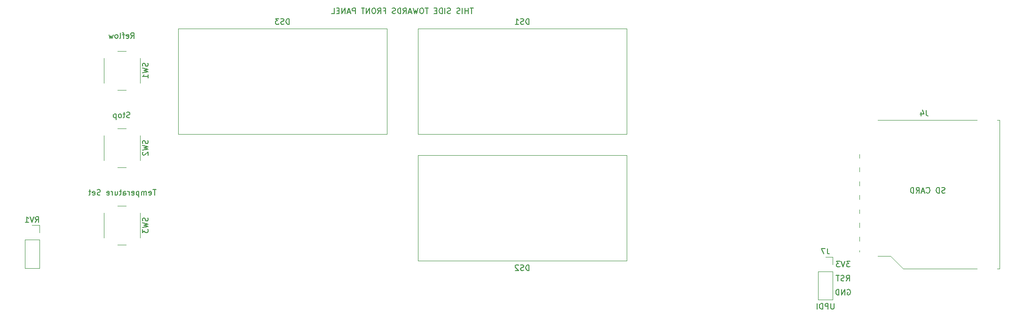
<source format=gbr>
%TF.GenerationSoftware,KiCad,Pcbnew,(5.1.9)-1*%
%TF.CreationDate,2021-09-06T15:07:46-04:00*%
%TF.ProjectId,PCB Heater,50434220-4865-4617-9465-722e6b696361,rev?*%
%TF.SameCoordinates,Original*%
%TF.FileFunction,Legend,Bot*%
%TF.FilePolarity,Positive*%
%FSLAX46Y46*%
G04 Gerber Fmt 4.6, Leading zero omitted, Abs format (unit mm)*
G04 Created by KiCad (PCBNEW (5.1.9)-1) date 2021-09-06 15:07:46*
%MOMM*%
%LPD*%
G01*
G04 APERTURE LIST*
%ADD10C,0.150000*%
%ADD11C,0.120000*%
G04 APERTURE END LIST*
D10*
X81382428Y-80478380D02*
X80811000Y-80478380D01*
X81096714Y-81478380D02*
X81096714Y-80478380D01*
X80096714Y-81430761D02*
X80191952Y-81478380D01*
X80382428Y-81478380D01*
X80477666Y-81430761D01*
X80525285Y-81335523D01*
X80525285Y-80954571D01*
X80477666Y-80859333D01*
X80382428Y-80811714D01*
X80191952Y-80811714D01*
X80096714Y-80859333D01*
X80049095Y-80954571D01*
X80049095Y-81049809D01*
X80525285Y-81145047D01*
X79620523Y-81478380D02*
X79620523Y-80811714D01*
X79620523Y-80906952D02*
X79572904Y-80859333D01*
X79477666Y-80811714D01*
X79334809Y-80811714D01*
X79239571Y-80859333D01*
X79191952Y-80954571D01*
X79191952Y-81478380D01*
X79191952Y-80954571D02*
X79144333Y-80859333D01*
X79049095Y-80811714D01*
X78906238Y-80811714D01*
X78811000Y-80859333D01*
X78763380Y-80954571D01*
X78763380Y-81478380D01*
X78287190Y-80811714D02*
X78287190Y-81811714D01*
X78287190Y-80859333D02*
X78191952Y-80811714D01*
X78001476Y-80811714D01*
X77906238Y-80859333D01*
X77858619Y-80906952D01*
X77811000Y-81002190D01*
X77811000Y-81287904D01*
X77858619Y-81383142D01*
X77906238Y-81430761D01*
X78001476Y-81478380D01*
X78191952Y-81478380D01*
X78287190Y-81430761D01*
X77001476Y-81430761D02*
X77096714Y-81478380D01*
X77287190Y-81478380D01*
X77382428Y-81430761D01*
X77430047Y-81335523D01*
X77430047Y-80954571D01*
X77382428Y-80859333D01*
X77287190Y-80811714D01*
X77096714Y-80811714D01*
X77001476Y-80859333D01*
X76953857Y-80954571D01*
X76953857Y-81049809D01*
X77430047Y-81145047D01*
X76525285Y-81478380D02*
X76525285Y-80811714D01*
X76525285Y-81002190D02*
X76477666Y-80906952D01*
X76430047Y-80859333D01*
X76334809Y-80811714D01*
X76239571Y-80811714D01*
X75477666Y-81478380D02*
X75477666Y-80954571D01*
X75525285Y-80859333D01*
X75620523Y-80811714D01*
X75811000Y-80811714D01*
X75906238Y-80859333D01*
X75477666Y-81430761D02*
X75572904Y-81478380D01*
X75811000Y-81478380D01*
X75906238Y-81430761D01*
X75953857Y-81335523D01*
X75953857Y-81240285D01*
X75906238Y-81145047D01*
X75811000Y-81097428D01*
X75572904Y-81097428D01*
X75477666Y-81049809D01*
X75144333Y-80811714D02*
X74763380Y-80811714D01*
X75001476Y-80478380D02*
X75001476Y-81335523D01*
X74953857Y-81430761D01*
X74858619Y-81478380D01*
X74763380Y-81478380D01*
X74001476Y-80811714D02*
X74001476Y-81478380D01*
X74430047Y-80811714D02*
X74430047Y-81335523D01*
X74382428Y-81430761D01*
X74287190Y-81478380D01*
X74144333Y-81478380D01*
X74049095Y-81430761D01*
X74001476Y-81383142D01*
X73525285Y-81478380D02*
X73525285Y-80811714D01*
X73525285Y-81002190D02*
X73477666Y-80906952D01*
X73430047Y-80859333D01*
X73334809Y-80811714D01*
X73239571Y-80811714D01*
X72525285Y-81430761D02*
X72620523Y-81478380D01*
X72811000Y-81478380D01*
X72906238Y-81430761D01*
X72953857Y-81335523D01*
X72953857Y-80954571D01*
X72906238Y-80859333D01*
X72811000Y-80811714D01*
X72620523Y-80811714D01*
X72525285Y-80859333D01*
X72477666Y-80954571D01*
X72477666Y-81049809D01*
X72953857Y-81145047D01*
X71334809Y-81430761D02*
X71191952Y-81478380D01*
X70953857Y-81478380D01*
X70858619Y-81430761D01*
X70811000Y-81383142D01*
X70763380Y-81287904D01*
X70763380Y-81192666D01*
X70811000Y-81097428D01*
X70858619Y-81049809D01*
X70953857Y-81002190D01*
X71144333Y-80954571D01*
X71239571Y-80906952D01*
X71287190Y-80859333D01*
X71334809Y-80764095D01*
X71334809Y-80668857D01*
X71287190Y-80573619D01*
X71239571Y-80526000D01*
X71144333Y-80478380D01*
X70906238Y-80478380D01*
X70763380Y-80526000D01*
X69953857Y-81430761D02*
X70049095Y-81478380D01*
X70239571Y-81478380D01*
X70334809Y-81430761D01*
X70382428Y-81335523D01*
X70382428Y-80954571D01*
X70334809Y-80859333D01*
X70239571Y-80811714D01*
X70049095Y-80811714D01*
X69953857Y-80859333D01*
X69906238Y-80954571D01*
X69906238Y-81049809D01*
X70382428Y-81145047D01*
X69620523Y-80811714D02*
X69239571Y-80811714D01*
X69477666Y-80478380D02*
X69477666Y-81335523D01*
X69430047Y-81430761D01*
X69334809Y-81478380D01*
X69239571Y-81478380D01*
X76660190Y-67460761D02*
X76517333Y-67508380D01*
X76279238Y-67508380D01*
X76184000Y-67460761D01*
X76136380Y-67413142D01*
X76088761Y-67317904D01*
X76088761Y-67222666D01*
X76136380Y-67127428D01*
X76184000Y-67079809D01*
X76279238Y-67032190D01*
X76469714Y-66984571D01*
X76564952Y-66936952D01*
X76612571Y-66889333D01*
X76660190Y-66794095D01*
X76660190Y-66698857D01*
X76612571Y-66603619D01*
X76564952Y-66556000D01*
X76469714Y-66508380D01*
X76231619Y-66508380D01*
X76088761Y-66556000D01*
X75803047Y-66841714D02*
X75422095Y-66841714D01*
X75660190Y-66508380D02*
X75660190Y-67365523D01*
X75612571Y-67460761D01*
X75517333Y-67508380D01*
X75422095Y-67508380D01*
X74945904Y-67508380D02*
X75041142Y-67460761D01*
X75088761Y-67413142D01*
X75136380Y-67317904D01*
X75136380Y-67032190D01*
X75088761Y-66936952D01*
X75041142Y-66889333D01*
X74945904Y-66841714D01*
X74803047Y-66841714D01*
X74707809Y-66889333D01*
X74660190Y-66936952D01*
X74612571Y-67032190D01*
X74612571Y-67317904D01*
X74660190Y-67413142D01*
X74707809Y-67460761D01*
X74803047Y-67508380D01*
X74945904Y-67508380D01*
X74184000Y-66841714D02*
X74184000Y-67841714D01*
X74184000Y-66889333D02*
X74088761Y-66841714D01*
X73898285Y-66841714D01*
X73803047Y-66889333D01*
X73755428Y-66936952D01*
X73707809Y-67032190D01*
X73707809Y-67317904D01*
X73755428Y-67413142D01*
X73803047Y-67460761D01*
X73898285Y-67508380D01*
X74088761Y-67508380D01*
X74184000Y-67460761D01*
X76826857Y-53157380D02*
X77160190Y-52681190D01*
X77398285Y-53157380D02*
X77398285Y-52157380D01*
X77017333Y-52157380D01*
X76922095Y-52205000D01*
X76874476Y-52252619D01*
X76826857Y-52347857D01*
X76826857Y-52490714D01*
X76874476Y-52585952D01*
X76922095Y-52633571D01*
X77017333Y-52681190D01*
X77398285Y-52681190D01*
X76017333Y-53109761D02*
X76112571Y-53157380D01*
X76303047Y-53157380D01*
X76398285Y-53109761D01*
X76445904Y-53014523D01*
X76445904Y-52633571D01*
X76398285Y-52538333D01*
X76303047Y-52490714D01*
X76112571Y-52490714D01*
X76017333Y-52538333D01*
X75969714Y-52633571D01*
X75969714Y-52728809D01*
X76445904Y-52824047D01*
X75684000Y-52490714D02*
X75303047Y-52490714D01*
X75541142Y-53157380D02*
X75541142Y-52300238D01*
X75493523Y-52205000D01*
X75398285Y-52157380D01*
X75303047Y-52157380D01*
X74826857Y-53157380D02*
X74922095Y-53109761D01*
X74969714Y-53014523D01*
X74969714Y-52157380D01*
X74303047Y-53157380D02*
X74398285Y-53109761D01*
X74445904Y-53062142D01*
X74493523Y-52966904D01*
X74493523Y-52681190D01*
X74445904Y-52585952D01*
X74398285Y-52538333D01*
X74303047Y-52490714D01*
X74160190Y-52490714D01*
X74064952Y-52538333D01*
X74017333Y-52585952D01*
X73969714Y-52681190D01*
X73969714Y-52966904D01*
X74017333Y-53062142D01*
X74064952Y-53109761D01*
X74160190Y-53157380D01*
X74303047Y-53157380D01*
X73636380Y-52490714D02*
X73445904Y-53157380D01*
X73255428Y-52681190D01*
X73064952Y-53157380D01*
X72874476Y-52490714D01*
X138491904Y-47712380D02*
X137920476Y-47712380D01*
X138206190Y-48712380D02*
X138206190Y-47712380D01*
X137587142Y-48712380D02*
X137587142Y-47712380D01*
X137587142Y-48188571D02*
X137015714Y-48188571D01*
X137015714Y-48712380D02*
X137015714Y-47712380D01*
X136539523Y-48712380D02*
X136539523Y-47712380D01*
X136110952Y-48664761D02*
X135968095Y-48712380D01*
X135730000Y-48712380D01*
X135634761Y-48664761D01*
X135587142Y-48617142D01*
X135539523Y-48521904D01*
X135539523Y-48426666D01*
X135587142Y-48331428D01*
X135634761Y-48283809D01*
X135730000Y-48236190D01*
X135920476Y-48188571D01*
X136015714Y-48140952D01*
X136063333Y-48093333D01*
X136110952Y-47998095D01*
X136110952Y-47902857D01*
X136063333Y-47807619D01*
X136015714Y-47760000D01*
X135920476Y-47712380D01*
X135682380Y-47712380D01*
X135539523Y-47760000D01*
X134396666Y-48664761D02*
X134253809Y-48712380D01*
X134015714Y-48712380D01*
X133920476Y-48664761D01*
X133872857Y-48617142D01*
X133825238Y-48521904D01*
X133825238Y-48426666D01*
X133872857Y-48331428D01*
X133920476Y-48283809D01*
X134015714Y-48236190D01*
X134206190Y-48188571D01*
X134301428Y-48140952D01*
X134349047Y-48093333D01*
X134396666Y-47998095D01*
X134396666Y-47902857D01*
X134349047Y-47807619D01*
X134301428Y-47760000D01*
X134206190Y-47712380D01*
X133968095Y-47712380D01*
X133825238Y-47760000D01*
X133396666Y-48712380D02*
X133396666Y-47712380D01*
X132920476Y-48712380D02*
X132920476Y-47712380D01*
X132682380Y-47712380D01*
X132539523Y-47760000D01*
X132444285Y-47855238D01*
X132396666Y-47950476D01*
X132349047Y-48140952D01*
X132349047Y-48283809D01*
X132396666Y-48474285D01*
X132444285Y-48569523D01*
X132539523Y-48664761D01*
X132682380Y-48712380D01*
X132920476Y-48712380D01*
X131920476Y-48188571D02*
X131587142Y-48188571D01*
X131444285Y-48712380D02*
X131920476Y-48712380D01*
X131920476Y-47712380D01*
X131444285Y-47712380D01*
X130396666Y-47712380D02*
X129825238Y-47712380D01*
X130110952Y-48712380D02*
X130110952Y-47712380D01*
X129301428Y-47712380D02*
X129110952Y-47712380D01*
X129015714Y-47760000D01*
X128920476Y-47855238D01*
X128872857Y-48045714D01*
X128872857Y-48379047D01*
X128920476Y-48569523D01*
X129015714Y-48664761D01*
X129110952Y-48712380D01*
X129301428Y-48712380D01*
X129396666Y-48664761D01*
X129491904Y-48569523D01*
X129539523Y-48379047D01*
X129539523Y-48045714D01*
X129491904Y-47855238D01*
X129396666Y-47760000D01*
X129301428Y-47712380D01*
X128539523Y-47712380D02*
X128301428Y-48712380D01*
X128110952Y-47998095D01*
X127920476Y-48712380D01*
X127682380Y-47712380D01*
X127349047Y-48426666D02*
X126872857Y-48426666D01*
X127444285Y-48712380D02*
X127110952Y-47712380D01*
X126777619Y-48712380D01*
X125872857Y-48712380D02*
X126206190Y-48236190D01*
X126444285Y-48712380D02*
X126444285Y-47712380D01*
X126063333Y-47712380D01*
X125968095Y-47760000D01*
X125920476Y-47807619D01*
X125872857Y-47902857D01*
X125872857Y-48045714D01*
X125920476Y-48140952D01*
X125968095Y-48188571D01*
X126063333Y-48236190D01*
X126444285Y-48236190D01*
X125444285Y-48712380D02*
X125444285Y-47712380D01*
X125206190Y-47712380D01*
X125063333Y-47760000D01*
X124968095Y-47855238D01*
X124920476Y-47950476D01*
X124872857Y-48140952D01*
X124872857Y-48283809D01*
X124920476Y-48474285D01*
X124968095Y-48569523D01*
X125063333Y-48664761D01*
X125206190Y-48712380D01*
X125444285Y-48712380D01*
X124491904Y-48664761D02*
X124349047Y-48712380D01*
X124110952Y-48712380D01*
X124015714Y-48664761D01*
X123968095Y-48617142D01*
X123920476Y-48521904D01*
X123920476Y-48426666D01*
X123968095Y-48331428D01*
X124015714Y-48283809D01*
X124110952Y-48236190D01*
X124301428Y-48188571D01*
X124396666Y-48140952D01*
X124444285Y-48093333D01*
X124491904Y-47998095D01*
X124491904Y-47902857D01*
X124444285Y-47807619D01*
X124396666Y-47760000D01*
X124301428Y-47712380D01*
X124063333Y-47712380D01*
X123920476Y-47760000D01*
X122396666Y-48188571D02*
X122730000Y-48188571D01*
X122730000Y-48712380D02*
X122730000Y-47712380D01*
X122253809Y-47712380D01*
X121301428Y-48712380D02*
X121634761Y-48236190D01*
X121872857Y-48712380D02*
X121872857Y-47712380D01*
X121491904Y-47712380D01*
X121396666Y-47760000D01*
X121349047Y-47807619D01*
X121301428Y-47902857D01*
X121301428Y-48045714D01*
X121349047Y-48140952D01*
X121396666Y-48188571D01*
X121491904Y-48236190D01*
X121872857Y-48236190D01*
X120682380Y-47712380D02*
X120491904Y-47712380D01*
X120396666Y-47760000D01*
X120301428Y-47855238D01*
X120253809Y-48045714D01*
X120253809Y-48379047D01*
X120301428Y-48569523D01*
X120396666Y-48664761D01*
X120491904Y-48712380D01*
X120682380Y-48712380D01*
X120777619Y-48664761D01*
X120872857Y-48569523D01*
X120920476Y-48379047D01*
X120920476Y-48045714D01*
X120872857Y-47855238D01*
X120777619Y-47760000D01*
X120682380Y-47712380D01*
X119825238Y-48712380D02*
X119825238Y-47712380D01*
X119253809Y-48712380D01*
X119253809Y-47712380D01*
X118920476Y-47712380D02*
X118349047Y-47712380D01*
X118634761Y-48712380D02*
X118634761Y-47712380D01*
X117253809Y-48712380D02*
X117253809Y-47712380D01*
X116872857Y-47712380D01*
X116777619Y-47760000D01*
X116730000Y-47807619D01*
X116682380Y-47902857D01*
X116682380Y-48045714D01*
X116730000Y-48140952D01*
X116777619Y-48188571D01*
X116872857Y-48236190D01*
X117253809Y-48236190D01*
X116301428Y-48426666D02*
X115825238Y-48426666D01*
X116396666Y-48712380D02*
X116063333Y-47712380D01*
X115730000Y-48712380D01*
X115396666Y-48712380D02*
X115396666Y-47712380D01*
X114825238Y-48712380D01*
X114825238Y-47712380D01*
X114349047Y-48188571D02*
X114015714Y-48188571D01*
X113872857Y-48712380D02*
X114349047Y-48712380D01*
X114349047Y-47712380D01*
X113872857Y-47712380D01*
X112968095Y-48712380D02*
X113444285Y-48712380D01*
X113444285Y-47712380D01*
X206343095Y-93432380D02*
X205724047Y-93432380D01*
X206057380Y-93813333D01*
X205914523Y-93813333D01*
X205819285Y-93860952D01*
X205771666Y-93908571D01*
X205724047Y-94003809D01*
X205724047Y-94241904D01*
X205771666Y-94337142D01*
X205819285Y-94384761D01*
X205914523Y-94432380D01*
X206200238Y-94432380D01*
X206295476Y-94384761D01*
X206343095Y-94337142D01*
X205438333Y-93432380D02*
X205105000Y-94432380D01*
X204771666Y-93432380D01*
X204533571Y-93432380D02*
X203914523Y-93432380D01*
X204247857Y-93813333D01*
X204105000Y-93813333D01*
X204009761Y-93860952D01*
X203962142Y-93908571D01*
X203914523Y-94003809D01*
X203914523Y-94241904D01*
X203962142Y-94337142D01*
X204009761Y-94384761D01*
X204105000Y-94432380D01*
X204390714Y-94432380D01*
X204485952Y-94384761D01*
X204533571Y-94337142D01*
X205652619Y-96972380D02*
X205985952Y-96496190D01*
X206224047Y-96972380D02*
X206224047Y-95972380D01*
X205843095Y-95972380D01*
X205747857Y-96020000D01*
X205700238Y-96067619D01*
X205652619Y-96162857D01*
X205652619Y-96305714D01*
X205700238Y-96400952D01*
X205747857Y-96448571D01*
X205843095Y-96496190D01*
X206224047Y-96496190D01*
X205271666Y-96924761D02*
X205128809Y-96972380D01*
X204890714Y-96972380D01*
X204795476Y-96924761D01*
X204747857Y-96877142D01*
X204700238Y-96781904D01*
X204700238Y-96686666D01*
X204747857Y-96591428D01*
X204795476Y-96543809D01*
X204890714Y-96496190D01*
X205081190Y-96448571D01*
X205176428Y-96400952D01*
X205224047Y-96353333D01*
X205271666Y-96258095D01*
X205271666Y-96162857D01*
X205224047Y-96067619D01*
X205176428Y-96020000D01*
X205081190Y-95972380D01*
X204843095Y-95972380D01*
X204700238Y-96020000D01*
X204414523Y-95972380D02*
X203843095Y-95972380D01*
X204128809Y-96972380D02*
X204128809Y-95972380D01*
X205866904Y-98560000D02*
X205962142Y-98512380D01*
X206105000Y-98512380D01*
X206247857Y-98560000D01*
X206343095Y-98655238D01*
X206390714Y-98750476D01*
X206438333Y-98940952D01*
X206438333Y-99083809D01*
X206390714Y-99274285D01*
X206343095Y-99369523D01*
X206247857Y-99464761D01*
X206105000Y-99512380D01*
X206009761Y-99512380D01*
X205866904Y-99464761D01*
X205819285Y-99417142D01*
X205819285Y-99083809D01*
X206009761Y-99083809D01*
X205390714Y-99512380D02*
X205390714Y-98512380D01*
X204819285Y-99512380D01*
X204819285Y-98512380D01*
X204343095Y-99512380D02*
X204343095Y-98512380D01*
X204105000Y-98512380D01*
X203962142Y-98560000D01*
X203866904Y-98655238D01*
X203819285Y-98750476D01*
X203771666Y-98940952D01*
X203771666Y-99083809D01*
X203819285Y-99274285D01*
X203866904Y-99369523D01*
X203962142Y-99464761D01*
X204105000Y-99512380D01*
X204343095Y-99512380D01*
X203453809Y-101052380D02*
X203453809Y-101861904D01*
X203406190Y-101957142D01*
X203358571Y-102004761D01*
X203263333Y-102052380D01*
X203072857Y-102052380D01*
X202977619Y-102004761D01*
X202930000Y-101957142D01*
X202882380Y-101861904D01*
X202882380Y-101052380D01*
X202406190Y-102052380D02*
X202406190Y-101052380D01*
X202025238Y-101052380D01*
X201930000Y-101100000D01*
X201882380Y-101147619D01*
X201834761Y-101242857D01*
X201834761Y-101385714D01*
X201882380Y-101480952D01*
X201930000Y-101528571D01*
X202025238Y-101576190D01*
X202406190Y-101576190D01*
X201406190Y-102052380D02*
X201406190Y-101052380D01*
X201168095Y-101052380D01*
X201025238Y-101100000D01*
X200930000Y-101195238D01*
X200882380Y-101290476D01*
X200834761Y-101480952D01*
X200834761Y-101623809D01*
X200882380Y-101814285D01*
X200930000Y-101909523D01*
X201025238Y-102004761D01*
X201168095Y-102052380D01*
X201406190Y-102052380D01*
X200406190Y-102052380D02*
X200406190Y-101052380D01*
X223440238Y-81049761D02*
X223297380Y-81097380D01*
X223059285Y-81097380D01*
X222964047Y-81049761D01*
X222916428Y-81002142D01*
X222868809Y-80906904D01*
X222868809Y-80811666D01*
X222916428Y-80716428D01*
X222964047Y-80668809D01*
X223059285Y-80621190D01*
X223249761Y-80573571D01*
X223345000Y-80525952D01*
X223392619Y-80478333D01*
X223440238Y-80383095D01*
X223440238Y-80287857D01*
X223392619Y-80192619D01*
X223345000Y-80145000D01*
X223249761Y-80097380D01*
X223011666Y-80097380D01*
X222868809Y-80145000D01*
X222440238Y-81097380D02*
X222440238Y-80097380D01*
X222202142Y-80097380D01*
X222059285Y-80145000D01*
X221964047Y-80240238D01*
X221916428Y-80335476D01*
X221868809Y-80525952D01*
X221868809Y-80668809D01*
X221916428Y-80859285D01*
X221964047Y-80954523D01*
X222059285Y-81049761D01*
X222202142Y-81097380D01*
X222440238Y-81097380D01*
X220106904Y-81002142D02*
X220154523Y-81049761D01*
X220297380Y-81097380D01*
X220392619Y-81097380D01*
X220535476Y-81049761D01*
X220630714Y-80954523D01*
X220678333Y-80859285D01*
X220725952Y-80668809D01*
X220725952Y-80525952D01*
X220678333Y-80335476D01*
X220630714Y-80240238D01*
X220535476Y-80145000D01*
X220392619Y-80097380D01*
X220297380Y-80097380D01*
X220154523Y-80145000D01*
X220106904Y-80192619D01*
X219725952Y-80811666D02*
X219249761Y-80811666D01*
X219821190Y-81097380D02*
X219487857Y-80097380D01*
X219154523Y-81097380D01*
X218249761Y-81097380D02*
X218583095Y-80621190D01*
X218821190Y-81097380D02*
X218821190Y-80097380D01*
X218440238Y-80097380D01*
X218345000Y-80145000D01*
X218297380Y-80192619D01*
X218249761Y-80287857D01*
X218249761Y-80430714D01*
X218297380Y-80525952D01*
X218345000Y-80573571D01*
X218440238Y-80621190D01*
X218821190Y-80621190D01*
X217821190Y-81097380D02*
X217821190Y-80097380D01*
X217583095Y-80097380D01*
X217440238Y-80145000D01*
X217345000Y-80240238D01*
X217297380Y-80335476D01*
X217249761Y-80525952D01*
X217249761Y-80668809D01*
X217297380Y-80859285D01*
X217345000Y-80954523D01*
X217440238Y-81049761D01*
X217583095Y-81097380D01*
X217821190Y-81097380D01*
D11*
%TO.C,DS3*%
X85340000Y-70460000D02*
X122940000Y-70460000D01*
X122940000Y-70460000D02*
X122940000Y-51460000D01*
X122940000Y-51460000D02*
X85340000Y-51460000D01*
X85340000Y-51460000D02*
X85340000Y-70460000D01*
%TO.C,SW3*%
X71970000Y-89170000D02*
X71970000Y-84670000D01*
X75970000Y-90420000D02*
X74470000Y-90420000D01*
X78470000Y-84670000D02*
X78470000Y-89170000D01*
X74470000Y-83420000D02*
X75970000Y-83420000D01*
%TO.C,SW2*%
X71970000Y-75200000D02*
X71970000Y-70700000D01*
X75970000Y-76450000D02*
X74470000Y-76450000D01*
X78470000Y-70700000D02*
X78470000Y-75200000D01*
X74470000Y-69450000D02*
X75970000Y-69450000D01*
%TO.C,SW1*%
X71970000Y-61230000D02*
X71970000Y-56730000D01*
X75970000Y-62480000D02*
X74470000Y-62480000D01*
X78470000Y-56730000D02*
X78470000Y-61230000D01*
X74470000Y-55480000D02*
X75970000Y-55480000D01*
%TO.C,RV1*%
X60385000Y-94675000D02*
X57725000Y-94675000D01*
X60385000Y-89535000D02*
X60385000Y-94675000D01*
X57725000Y-89535000D02*
X57725000Y-94675000D01*
X60385000Y-89535000D02*
X57725000Y-89535000D01*
X60385000Y-88265000D02*
X60385000Y-86935000D01*
X60385000Y-86935000D02*
X59055000Y-86935000D01*
%TO.C,J7*%
X203260000Y-100390000D02*
X200600000Y-100390000D01*
X203260000Y-95250000D02*
X203260000Y-100390000D01*
X200600000Y-95250000D02*
X200600000Y-100390000D01*
X203260000Y-95250000D02*
X200600000Y-95250000D01*
X203260000Y-93980000D02*
X203260000Y-92650000D01*
X203260000Y-92650000D02*
X201930000Y-92650000D01*
%TO.C,J4*%
X233255000Y-94750000D02*
X232835000Y-94750000D01*
X233255000Y-67910000D02*
X233255000Y-94750000D01*
X232835000Y-67910000D02*
X233255000Y-67910000D01*
X211335000Y-67910000D02*
X229235000Y-67910000D01*
X215935000Y-94750000D02*
X229235000Y-94750000D01*
X213635000Y-92450000D02*
X215935000Y-94750000D01*
X211335000Y-92450000D02*
X213635000Y-92450000D01*
X208015000Y-74080000D02*
X208015000Y-74780000D01*
X208015000Y-76480000D02*
X208015000Y-77280000D01*
X208015000Y-78980000D02*
X208015000Y-79780000D01*
X208015000Y-91480000D02*
X208015000Y-91680000D01*
X208015000Y-81480000D02*
X208015000Y-82280000D01*
X208015000Y-84080000D02*
X208015000Y-84780000D01*
X208015000Y-86480000D02*
X208015000Y-87280000D01*
X208015000Y-88980000D02*
X208015000Y-89780000D01*
%TO.C,DS2*%
X128520000Y-93320000D02*
X166120000Y-93320000D01*
X166120000Y-93320000D02*
X166120000Y-74320000D01*
X166120000Y-74320000D02*
X128520000Y-74320000D01*
X128520000Y-74320000D02*
X128520000Y-93320000D01*
%TO.C,DS1*%
X128520000Y-70460000D02*
X166120000Y-70460000D01*
X166120000Y-70460000D02*
X166120000Y-51460000D01*
X166120000Y-51460000D02*
X128520000Y-51460000D01*
X128520000Y-51460000D02*
X128520000Y-70460000D01*
%TO.C,DS3*%
D10*
X105354285Y-50617380D02*
X105354285Y-49617380D01*
X105116190Y-49617380D01*
X104973333Y-49665000D01*
X104878095Y-49760238D01*
X104830476Y-49855476D01*
X104782857Y-50045952D01*
X104782857Y-50188809D01*
X104830476Y-50379285D01*
X104878095Y-50474523D01*
X104973333Y-50569761D01*
X105116190Y-50617380D01*
X105354285Y-50617380D01*
X104401904Y-50569761D02*
X104259047Y-50617380D01*
X104020952Y-50617380D01*
X103925714Y-50569761D01*
X103878095Y-50522142D01*
X103830476Y-50426904D01*
X103830476Y-50331666D01*
X103878095Y-50236428D01*
X103925714Y-50188809D01*
X104020952Y-50141190D01*
X104211428Y-50093571D01*
X104306666Y-50045952D01*
X104354285Y-49998333D01*
X104401904Y-49903095D01*
X104401904Y-49807857D01*
X104354285Y-49712619D01*
X104306666Y-49665000D01*
X104211428Y-49617380D01*
X103973333Y-49617380D01*
X103830476Y-49665000D01*
X103497142Y-49617380D02*
X102878095Y-49617380D01*
X103211428Y-49998333D01*
X103068571Y-49998333D01*
X102973333Y-50045952D01*
X102925714Y-50093571D01*
X102878095Y-50188809D01*
X102878095Y-50426904D01*
X102925714Y-50522142D01*
X102973333Y-50569761D01*
X103068571Y-50617380D01*
X103354285Y-50617380D01*
X103449523Y-50569761D01*
X103497142Y-50522142D01*
%TO.C,SW3*%
X79874761Y-85586666D02*
X79922380Y-85729523D01*
X79922380Y-85967619D01*
X79874761Y-86062857D01*
X79827142Y-86110476D01*
X79731904Y-86158095D01*
X79636666Y-86158095D01*
X79541428Y-86110476D01*
X79493809Y-86062857D01*
X79446190Y-85967619D01*
X79398571Y-85777142D01*
X79350952Y-85681904D01*
X79303333Y-85634285D01*
X79208095Y-85586666D01*
X79112857Y-85586666D01*
X79017619Y-85634285D01*
X78970000Y-85681904D01*
X78922380Y-85777142D01*
X78922380Y-86015238D01*
X78970000Y-86158095D01*
X78922380Y-86491428D02*
X79922380Y-86729523D01*
X79208095Y-86920000D01*
X79922380Y-87110476D01*
X78922380Y-87348571D01*
X78922380Y-87634285D02*
X78922380Y-88253333D01*
X79303333Y-87920000D01*
X79303333Y-88062857D01*
X79350952Y-88158095D01*
X79398571Y-88205714D01*
X79493809Y-88253333D01*
X79731904Y-88253333D01*
X79827142Y-88205714D01*
X79874761Y-88158095D01*
X79922380Y-88062857D01*
X79922380Y-87777142D01*
X79874761Y-87681904D01*
X79827142Y-87634285D01*
%TO.C,SW2*%
X79874761Y-71616666D02*
X79922380Y-71759523D01*
X79922380Y-71997619D01*
X79874761Y-72092857D01*
X79827142Y-72140476D01*
X79731904Y-72188095D01*
X79636666Y-72188095D01*
X79541428Y-72140476D01*
X79493809Y-72092857D01*
X79446190Y-71997619D01*
X79398571Y-71807142D01*
X79350952Y-71711904D01*
X79303333Y-71664285D01*
X79208095Y-71616666D01*
X79112857Y-71616666D01*
X79017619Y-71664285D01*
X78970000Y-71711904D01*
X78922380Y-71807142D01*
X78922380Y-72045238D01*
X78970000Y-72188095D01*
X78922380Y-72521428D02*
X79922380Y-72759523D01*
X79208095Y-72950000D01*
X79922380Y-73140476D01*
X78922380Y-73378571D01*
X79017619Y-73711904D02*
X78970000Y-73759523D01*
X78922380Y-73854761D01*
X78922380Y-74092857D01*
X78970000Y-74188095D01*
X79017619Y-74235714D01*
X79112857Y-74283333D01*
X79208095Y-74283333D01*
X79350952Y-74235714D01*
X79922380Y-73664285D01*
X79922380Y-74283333D01*
%TO.C,SW1*%
X79874761Y-57646666D02*
X79922380Y-57789523D01*
X79922380Y-58027619D01*
X79874761Y-58122857D01*
X79827142Y-58170476D01*
X79731904Y-58218095D01*
X79636666Y-58218095D01*
X79541428Y-58170476D01*
X79493809Y-58122857D01*
X79446190Y-58027619D01*
X79398571Y-57837142D01*
X79350952Y-57741904D01*
X79303333Y-57694285D01*
X79208095Y-57646666D01*
X79112857Y-57646666D01*
X79017619Y-57694285D01*
X78970000Y-57741904D01*
X78922380Y-57837142D01*
X78922380Y-58075238D01*
X78970000Y-58218095D01*
X78922380Y-58551428D02*
X79922380Y-58789523D01*
X79208095Y-58980000D01*
X79922380Y-59170476D01*
X78922380Y-59408571D01*
X79922380Y-60313333D02*
X79922380Y-59741904D01*
X79922380Y-60027619D02*
X78922380Y-60027619D01*
X79065238Y-59932380D01*
X79160476Y-59837142D01*
X79208095Y-59741904D01*
%TO.C,RV1*%
X59650238Y-86387380D02*
X59983571Y-85911190D01*
X60221666Y-86387380D02*
X60221666Y-85387380D01*
X59840714Y-85387380D01*
X59745476Y-85435000D01*
X59697857Y-85482619D01*
X59650238Y-85577857D01*
X59650238Y-85720714D01*
X59697857Y-85815952D01*
X59745476Y-85863571D01*
X59840714Y-85911190D01*
X60221666Y-85911190D01*
X59364523Y-85387380D02*
X59031190Y-86387380D01*
X58697857Y-85387380D01*
X57840714Y-86387380D02*
X58412142Y-86387380D01*
X58126428Y-86387380D02*
X58126428Y-85387380D01*
X58221666Y-85530238D01*
X58316904Y-85625476D01*
X58412142Y-85673095D01*
%TO.C,J7*%
X202263333Y-91102380D02*
X202263333Y-91816666D01*
X202310952Y-91959523D01*
X202406190Y-92054761D01*
X202549047Y-92102380D01*
X202644285Y-92102380D01*
X201882380Y-91102380D02*
X201215714Y-91102380D01*
X201644285Y-92102380D01*
%TO.C,J4*%
X220043333Y-66127380D02*
X220043333Y-66841666D01*
X220090952Y-66984523D01*
X220186190Y-67079761D01*
X220329047Y-67127380D01*
X220424285Y-67127380D01*
X219138571Y-66460714D02*
X219138571Y-67127380D01*
X219376666Y-66079761D02*
X219614761Y-66794047D01*
X218995714Y-66794047D01*
%TO.C,DS2*%
X148534285Y-95067380D02*
X148534285Y-94067380D01*
X148296190Y-94067380D01*
X148153333Y-94115000D01*
X148058095Y-94210238D01*
X148010476Y-94305476D01*
X147962857Y-94495952D01*
X147962857Y-94638809D01*
X148010476Y-94829285D01*
X148058095Y-94924523D01*
X148153333Y-95019761D01*
X148296190Y-95067380D01*
X148534285Y-95067380D01*
X147581904Y-95019761D02*
X147439047Y-95067380D01*
X147200952Y-95067380D01*
X147105714Y-95019761D01*
X147058095Y-94972142D01*
X147010476Y-94876904D01*
X147010476Y-94781666D01*
X147058095Y-94686428D01*
X147105714Y-94638809D01*
X147200952Y-94591190D01*
X147391428Y-94543571D01*
X147486666Y-94495952D01*
X147534285Y-94448333D01*
X147581904Y-94353095D01*
X147581904Y-94257857D01*
X147534285Y-94162619D01*
X147486666Y-94115000D01*
X147391428Y-94067380D01*
X147153333Y-94067380D01*
X147010476Y-94115000D01*
X146629523Y-94162619D02*
X146581904Y-94115000D01*
X146486666Y-94067380D01*
X146248571Y-94067380D01*
X146153333Y-94115000D01*
X146105714Y-94162619D01*
X146058095Y-94257857D01*
X146058095Y-94353095D01*
X146105714Y-94495952D01*
X146677142Y-95067380D01*
X146058095Y-95067380D01*
%TO.C,DS1*%
X148534285Y-50617380D02*
X148534285Y-49617380D01*
X148296190Y-49617380D01*
X148153333Y-49665000D01*
X148058095Y-49760238D01*
X148010476Y-49855476D01*
X147962857Y-50045952D01*
X147962857Y-50188809D01*
X148010476Y-50379285D01*
X148058095Y-50474523D01*
X148153333Y-50569761D01*
X148296190Y-50617380D01*
X148534285Y-50617380D01*
X147581904Y-50569761D02*
X147439047Y-50617380D01*
X147200952Y-50617380D01*
X147105714Y-50569761D01*
X147058095Y-50522142D01*
X147010476Y-50426904D01*
X147010476Y-50331666D01*
X147058095Y-50236428D01*
X147105714Y-50188809D01*
X147200952Y-50141190D01*
X147391428Y-50093571D01*
X147486666Y-50045952D01*
X147534285Y-49998333D01*
X147581904Y-49903095D01*
X147581904Y-49807857D01*
X147534285Y-49712619D01*
X147486666Y-49665000D01*
X147391428Y-49617380D01*
X147153333Y-49617380D01*
X147010476Y-49665000D01*
X146058095Y-50617380D02*
X146629523Y-50617380D01*
X146343809Y-50617380D02*
X146343809Y-49617380D01*
X146439047Y-49760238D01*
X146534285Y-49855476D01*
X146629523Y-49903095D01*
%TD*%
M02*

</source>
